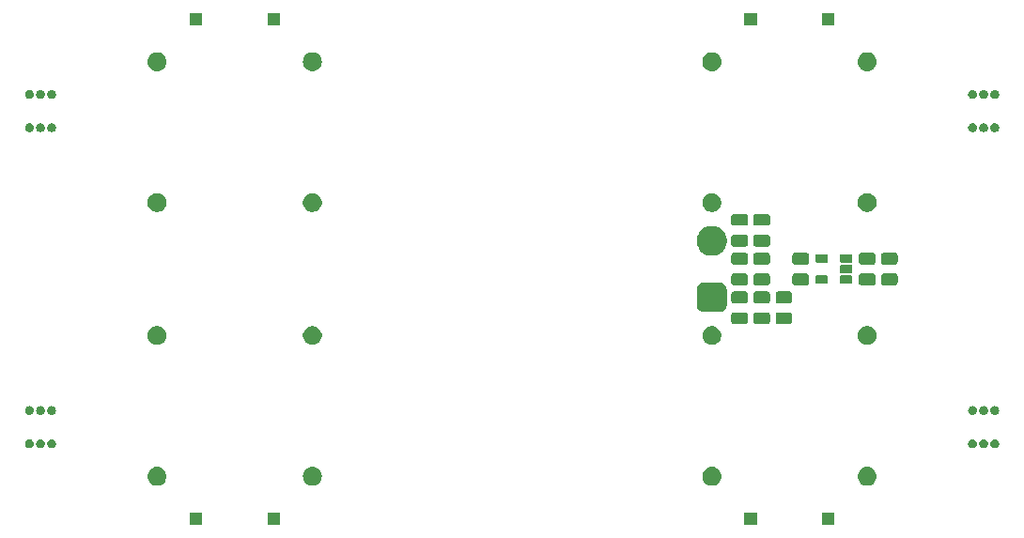
<source format=gbr>
G04 #@! TF.GenerationSoftware,KiCad,Pcbnew,(5.1.2)-2*
G04 #@! TF.CreationDate,2020-02-10T16:48:03+01:00*
G04 #@! TF.ProjectId,OpenHO_Engine,4f70656e-484f-45f4-956e-67696e652e6b,rev?*
G04 #@! TF.SameCoordinates,Original*
G04 #@! TF.FileFunction,Soldermask,Top*
G04 #@! TF.FilePolarity,Negative*
%FSLAX46Y46*%
G04 Gerber Fmt 4.6, Leading zero omitted, Abs format (unit mm)*
G04 Created by KiCad (PCBNEW (5.1.2)-2) date 2020-02-10 16:48:03*
%MOMM*%
%LPD*%
G04 APERTURE LIST*
%ADD10C,0.100000*%
G04 APERTURE END LIST*
D10*
G36*
X147051000Y-100551000D02*
G01*
X145949000Y-100551000D01*
X145949000Y-99449000D01*
X147051000Y-99449000D01*
X147051000Y-100551000D01*
X147051000Y-100551000D01*
G37*
G36*
X154051000Y-100551000D02*
G01*
X152949000Y-100551000D01*
X152949000Y-99449000D01*
X154051000Y-99449000D01*
X154051000Y-100551000D01*
X154051000Y-100551000D01*
G37*
G36*
X97051000Y-100551000D02*
G01*
X95949000Y-100551000D01*
X95949000Y-99449000D01*
X97051000Y-99449000D01*
X97051000Y-100551000D01*
X97051000Y-100551000D01*
G37*
G36*
X104051000Y-100551000D02*
G01*
X102949000Y-100551000D01*
X102949000Y-99449000D01*
X104051000Y-99449000D01*
X104051000Y-100551000D01*
X104051000Y-100551000D01*
G37*
G36*
X107166825Y-95361314D02*
G01*
X107327239Y-95409975D01*
X107475078Y-95488996D01*
X107604659Y-95595341D01*
X107711004Y-95724922D01*
X107790025Y-95872761D01*
X107838686Y-96033175D01*
X107855117Y-96200000D01*
X107838686Y-96366825D01*
X107790025Y-96527239D01*
X107711004Y-96675078D01*
X107604659Y-96804659D01*
X107475078Y-96911004D01*
X107327239Y-96990025D01*
X107166825Y-97038686D01*
X107041800Y-97051000D01*
X106958200Y-97051000D01*
X106833175Y-97038686D01*
X106672761Y-96990025D01*
X106524922Y-96911004D01*
X106395341Y-96804659D01*
X106288996Y-96675078D01*
X106209975Y-96527239D01*
X106161314Y-96366825D01*
X106144883Y-96200000D01*
X106161314Y-96033175D01*
X106209975Y-95872761D01*
X106288996Y-95724922D01*
X106395341Y-95595341D01*
X106524922Y-95488996D01*
X106672761Y-95409975D01*
X106833175Y-95361314D01*
X106958200Y-95349000D01*
X107041800Y-95349000D01*
X107166825Y-95361314D01*
X107166825Y-95361314D01*
G37*
G36*
X157166825Y-95361314D02*
G01*
X157327239Y-95409975D01*
X157475078Y-95488996D01*
X157604659Y-95595341D01*
X157711004Y-95724922D01*
X157790025Y-95872761D01*
X157838686Y-96033175D01*
X157855117Y-96200000D01*
X157838686Y-96366825D01*
X157790025Y-96527239D01*
X157711004Y-96675078D01*
X157604659Y-96804659D01*
X157475078Y-96911004D01*
X157327239Y-96990025D01*
X157166825Y-97038686D01*
X157041800Y-97051000D01*
X156958200Y-97051000D01*
X156833175Y-97038686D01*
X156672761Y-96990025D01*
X156524922Y-96911004D01*
X156395341Y-96804659D01*
X156288996Y-96675078D01*
X156209975Y-96527239D01*
X156161314Y-96366825D01*
X156144883Y-96200000D01*
X156161314Y-96033175D01*
X156209975Y-95872761D01*
X156288996Y-95724922D01*
X156395341Y-95595341D01*
X156524922Y-95488996D01*
X156672761Y-95409975D01*
X156833175Y-95361314D01*
X156958200Y-95349000D01*
X157041800Y-95349000D01*
X157166825Y-95361314D01*
X157166825Y-95361314D01*
G37*
G36*
X143166825Y-95361314D02*
G01*
X143327239Y-95409975D01*
X143475078Y-95488996D01*
X143604659Y-95595341D01*
X143711004Y-95724922D01*
X143790025Y-95872761D01*
X143838686Y-96033175D01*
X143855117Y-96200000D01*
X143838686Y-96366825D01*
X143790025Y-96527239D01*
X143711004Y-96675078D01*
X143604659Y-96804659D01*
X143475078Y-96911004D01*
X143327239Y-96990025D01*
X143166825Y-97038686D01*
X143041800Y-97051000D01*
X142958200Y-97051000D01*
X142833175Y-97038686D01*
X142672761Y-96990025D01*
X142524922Y-96911004D01*
X142395341Y-96804659D01*
X142288996Y-96675078D01*
X142209975Y-96527239D01*
X142161314Y-96366825D01*
X142144883Y-96200000D01*
X142161314Y-96033175D01*
X142209975Y-95872761D01*
X142288996Y-95724922D01*
X142395341Y-95595341D01*
X142524922Y-95488996D01*
X142672761Y-95409975D01*
X142833175Y-95361314D01*
X142958200Y-95349000D01*
X143041800Y-95349000D01*
X143166825Y-95361314D01*
X143166825Y-95361314D01*
G37*
G36*
X93166825Y-95361314D02*
G01*
X93327239Y-95409975D01*
X93475078Y-95488996D01*
X93604659Y-95595341D01*
X93711004Y-95724922D01*
X93790025Y-95872761D01*
X93838686Y-96033175D01*
X93855117Y-96200000D01*
X93838686Y-96366825D01*
X93790025Y-96527239D01*
X93711004Y-96675078D01*
X93604659Y-96804659D01*
X93475078Y-96911004D01*
X93327239Y-96990025D01*
X93166825Y-97038686D01*
X93041800Y-97051000D01*
X92958200Y-97051000D01*
X92833175Y-97038686D01*
X92672761Y-96990025D01*
X92524922Y-96911004D01*
X92395341Y-96804659D01*
X92288996Y-96675078D01*
X92209975Y-96527239D01*
X92161314Y-96366825D01*
X92144883Y-96200000D01*
X92161314Y-96033175D01*
X92209975Y-95872761D01*
X92288996Y-95724922D01*
X92395341Y-95595341D01*
X92524922Y-95488996D01*
X92672761Y-95409975D01*
X92833175Y-95361314D01*
X92958200Y-95349000D01*
X93041800Y-95349000D01*
X93166825Y-95361314D01*
X93166825Y-95361314D01*
G37*
G36*
X81616967Y-92864410D02*
G01*
X81653456Y-92879524D01*
X81689944Y-92894638D01*
X81755623Y-92938524D01*
X81811476Y-92994377D01*
X81855362Y-93060056D01*
X81870475Y-93096544D01*
X81885590Y-93133033D01*
X81901000Y-93210505D01*
X81901000Y-93289495D01*
X81885590Y-93366967D01*
X81870475Y-93403456D01*
X81855362Y-93439944D01*
X81811476Y-93505623D01*
X81755623Y-93561476D01*
X81689944Y-93605362D01*
X81653456Y-93620475D01*
X81616967Y-93635590D01*
X81539495Y-93651000D01*
X81460505Y-93651000D01*
X81383033Y-93635590D01*
X81346544Y-93620475D01*
X81310056Y-93605362D01*
X81244377Y-93561476D01*
X81188524Y-93505623D01*
X81144638Y-93439944D01*
X81129524Y-93403456D01*
X81114410Y-93366967D01*
X81099000Y-93289495D01*
X81099000Y-93210505D01*
X81114410Y-93133033D01*
X81129524Y-93096544D01*
X81144638Y-93060056D01*
X81188524Y-92994377D01*
X81244377Y-92938524D01*
X81310056Y-92894638D01*
X81346544Y-92879524D01*
X81383033Y-92864410D01*
X81460505Y-92849000D01*
X81539495Y-92849000D01*
X81616967Y-92864410D01*
X81616967Y-92864410D01*
G37*
G36*
X82616967Y-92864410D02*
G01*
X82653456Y-92879524D01*
X82689944Y-92894638D01*
X82755623Y-92938524D01*
X82811476Y-92994377D01*
X82855362Y-93060056D01*
X82870475Y-93096544D01*
X82885590Y-93133033D01*
X82901000Y-93210505D01*
X82901000Y-93289495D01*
X82885590Y-93366967D01*
X82870475Y-93403456D01*
X82855362Y-93439944D01*
X82811476Y-93505623D01*
X82755623Y-93561476D01*
X82689944Y-93605362D01*
X82653456Y-93620475D01*
X82616967Y-93635590D01*
X82539495Y-93651000D01*
X82460505Y-93651000D01*
X82383033Y-93635590D01*
X82346544Y-93620475D01*
X82310056Y-93605362D01*
X82244377Y-93561476D01*
X82188524Y-93505623D01*
X82144638Y-93439944D01*
X82129524Y-93403456D01*
X82114410Y-93366967D01*
X82099000Y-93289495D01*
X82099000Y-93210505D01*
X82114410Y-93133033D01*
X82129524Y-93096544D01*
X82144638Y-93060056D01*
X82188524Y-92994377D01*
X82244377Y-92938524D01*
X82310056Y-92894638D01*
X82346544Y-92879524D01*
X82383033Y-92864410D01*
X82460505Y-92849000D01*
X82539495Y-92849000D01*
X82616967Y-92864410D01*
X82616967Y-92864410D01*
G37*
G36*
X168616967Y-92864410D02*
G01*
X168653456Y-92879524D01*
X168689944Y-92894638D01*
X168755623Y-92938524D01*
X168811476Y-92994377D01*
X168855362Y-93060056D01*
X168870476Y-93096544D01*
X168885590Y-93133033D01*
X168901000Y-93210505D01*
X168901000Y-93289495D01*
X168885590Y-93366967D01*
X168870476Y-93403456D01*
X168855362Y-93439944D01*
X168811476Y-93505623D01*
X168755623Y-93561476D01*
X168689944Y-93605362D01*
X168653456Y-93620475D01*
X168616967Y-93635590D01*
X168539495Y-93651000D01*
X168460505Y-93651000D01*
X168383033Y-93635590D01*
X168346544Y-93620475D01*
X168310056Y-93605362D01*
X168244377Y-93561476D01*
X168188524Y-93505623D01*
X168144638Y-93439944D01*
X168129525Y-93403456D01*
X168114410Y-93366967D01*
X168099000Y-93289495D01*
X168099000Y-93210505D01*
X168114410Y-93133033D01*
X168129525Y-93096544D01*
X168144638Y-93060056D01*
X168188524Y-92994377D01*
X168244377Y-92938524D01*
X168310056Y-92894638D01*
X168346544Y-92879524D01*
X168383033Y-92864410D01*
X168460505Y-92849000D01*
X168539495Y-92849000D01*
X168616967Y-92864410D01*
X168616967Y-92864410D01*
G37*
G36*
X167616967Y-92864410D02*
G01*
X167653456Y-92879524D01*
X167689944Y-92894638D01*
X167755623Y-92938524D01*
X167811476Y-92994377D01*
X167855362Y-93060056D01*
X167870476Y-93096544D01*
X167885590Y-93133033D01*
X167901000Y-93210505D01*
X167901000Y-93289495D01*
X167885590Y-93366967D01*
X167870476Y-93403456D01*
X167855362Y-93439944D01*
X167811476Y-93505623D01*
X167755623Y-93561476D01*
X167689944Y-93605362D01*
X167653456Y-93620475D01*
X167616967Y-93635590D01*
X167539495Y-93651000D01*
X167460505Y-93651000D01*
X167383033Y-93635590D01*
X167346544Y-93620475D01*
X167310056Y-93605362D01*
X167244377Y-93561476D01*
X167188524Y-93505623D01*
X167144638Y-93439944D01*
X167129525Y-93403456D01*
X167114410Y-93366967D01*
X167099000Y-93289495D01*
X167099000Y-93210505D01*
X167114410Y-93133033D01*
X167129525Y-93096544D01*
X167144638Y-93060056D01*
X167188524Y-92994377D01*
X167244377Y-92938524D01*
X167310056Y-92894638D01*
X167346544Y-92879524D01*
X167383033Y-92864410D01*
X167460505Y-92849000D01*
X167539495Y-92849000D01*
X167616967Y-92864410D01*
X167616967Y-92864410D01*
G37*
G36*
X166616967Y-92864410D02*
G01*
X166653456Y-92879524D01*
X166689944Y-92894638D01*
X166755623Y-92938524D01*
X166811476Y-92994377D01*
X166855362Y-93060056D01*
X166870476Y-93096544D01*
X166885590Y-93133033D01*
X166901000Y-93210505D01*
X166901000Y-93289495D01*
X166885590Y-93366967D01*
X166870476Y-93403456D01*
X166855362Y-93439944D01*
X166811476Y-93505623D01*
X166755623Y-93561476D01*
X166689944Y-93605362D01*
X166653456Y-93620475D01*
X166616967Y-93635590D01*
X166539495Y-93651000D01*
X166460505Y-93651000D01*
X166383033Y-93635590D01*
X166346544Y-93620475D01*
X166310056Y-93605362D01*
X166244377Y-93561476D01*
X166188524Y-93505623D01*
X166144638Y-93439944D01*
X166129525Y-93403456D01*
X166114410Y-93366967D01*
X166099000Y-93289495D01*
X166099000Y-93210505D01*
X166114410Y-93133033D01*
X166129525Y-93096544D01*
X166144638Y-93060056D01*
X166188524Y-92994377D01*
X166244377Y-92938524D01*
X166310056Y-92894638D01*
X166346544Y-92879524D01*
X166383033Y-92864410D01*
X166460505Y-92849000D01*
X166539495Y-92849000D01*
X166616967Y-92864410D01*
X166616967Y-92864410D01*
G37*
G36*
X83616967Y-92864410D02*
G01*
X83653456Y-92879524D01*
X83689944Y-92894638D01*
X83755623Y-92938524D01*
X83811476Y-92994377D01*
X83855362Y-93060056D01*
X83870475Y-93096544D01*
X83885590Y-93133033D01*
X83901000Y-93210505D01*
X83901000Y-93289495D01*
X83885590Y-93366967D01*
X83870475Y-93403456D01*
X83855362Y-93439944D01*
X83811476Y-93505623D01*
X83755623Y-93561476D01*
X83689944Y-93605362D01*
X83653456Y-93620475D01*
X83616967Y-93635590D01*
X83539495Y-93651000D01*
X83460505Y-93651000D01*
X83383033Y-93635590D01*
X83346544Y-93620475D01*
X83310056Y-93605362D01*
X83244377Y-93561476D01*
X83188524Y-93505623D01*
X83144638Y-93439944D01*
X83129524Y-93403456D01*
X83114410Y-93366967D01*
X83099000Y-93289495D01*
X83099000Y-93210505D01*
X83114410Y-93133033D01*
X83129524Y-93096544D01*
X83144638Y-93060056D01*
X83188524Y-92994377D01*
X83244377Y-92938524D01*
X83310056Y-92894638D01*
X83346544Y-92879524D01*
X83383033Y-92864410D01*
X83460505Y-92849000D01*
X83539495Y-92849000D01*
X83616967Y-92864410D01*
X83616967Y-92864410D01*
G37*
G36*
X167616967Y-89864410D02*
G01*
X167653456Y-89879524D01*
X167689944Y-89894638D01*
X167755623Y-89938524D01*
X167811476Y-89994377D01*
X167855362Y-90060056D01*
X167870475Y-90096544D01*
X167885590Y-90133033D01*
X167901000Y-90210505D01*
X167901000Y-90289495D01*
X167885590Y-90366967D01*
X167870476Y-90403456D01*
X167855362Y-90439944D01*
X167811476Y-90505623D01*
X167755623Y-90561476D01*
X167689944Y-90605362D01*
X167653456Y-90620476D01*
X167616967Y-90635590D01*
X167539495Y-90651000D01*
X167460505Y-90651000D01*
X167383033Y-90635590D01*
X167346544Y-90620476D01*
X167310056Y-90605362D01*
X167244377Y-90561476D01*
X167188524Y-90505623D01*
X167144638Y-90439944D01*
X167129524Y-90403456D01*
X167114410Y-90366967D01*
X167099000Y-90289495D01*
X167099000Y-90210505D01*
X167114410Y-90133033D01*
X167129525Y-90096544D01*
X167144638Y-90060056D01*
X167188524Y-89994377D01*
X167244377Y-89938524D01*
X167310056Y-89894638D01*
X167346544Y-89879525D01*
X167383033Y-89864410D01*
X167460505Y-89849000D01*
X167539495Y-89849000D01*
X167616967Y-89864410D01*
X167616967Y-89864410D01*
G37*
G36*
X168616967Y-89864410D02*
G01*
X168653456Y-89879524D01*
X168689944Y-89894638D01*
X168755623Y-89938524D01*
X168811476Y-89994377D01*
X168855362Y-90060056D01*
X168870475Y-90096544D01*
X168885590Y-90133033D01*
X168901000Y-90210505D01*
X168901000Y-90289495D01*
X168885590Y-90366967D01*
X168870476Y-90403456D01*
X168855362Y-90439944D01*
X168811476Y-90505623D01*
X168755623Y-90561476D01*
X168689944Y-90605362D01*
X168653456Y-90620476D01*
X168616967Y-90635590D01*
X168539495Y-90651000D01*
X168460505Y-90651000D01*
X168383033Y-90635590D01*
X168346544Y-90620476D01*
X168310056Y-90605362D01*
X168244377Y-90561476D01*
X168188524Y-90505623D01*
X168144638Y-90439944D01*
X168129524Y-90403456D01*
X168114410Y-90366967D01*
X168099000Y-90289495D01*
X168099000Y-90210505D01*
X168114410Y-90133033D01*
X168129525Y-90096544D01*
X168144638Y-90060056D01*
X168188524Y-89994377D01*
X168244377Y-89938524D01*
X168310056Y-89894638D01*
X168346544Y-89879525D01*
X168383033Y-89864410D01*
X168460505Y-89849000D01*
X168539495Y-89849000D01*
X168616967Y-89864410D01*
X168616967Y-89864410D01*
G37*
G36*
X166616967Y-89864410D02*
G01*
X166653456Y-89879524D01*
X166689944Y-89894638D01*
X166755623Y-89938524D01*
X166811476Y-89994377D01*
X166855362Y-90060056D01*
X166870475Y-90096544D01*
X166885590Y-90133033D01*
X166901000Y-90210505D01*
X166901000Y-90289495D01*
X166885590Y-90366967D01*
X166870476Y-90403456D01*
X166855362Y-90439944D01*
X166811476Y-90505623D01*
X166755623Y-90561476D01*
X166689944Y-90605362D01*
X166653456Y-90620476D01*
X166616967Y-90635590D01*
X166539495Y-90651000D01*
X166460505Y-90651000D01*
X166383033Y-90635590D01*
X166346544Y-90620476D01*
X166310056Y-90605362D01*
X166244377Y-90561476D01*
X166188524Y-90505623D01*
X166144638Y-90439944D01*
X166129524Y-90403456D01*
X166114410Y-90366967D01*
X166099000Y-90289495D01*
X166099000Y-90210505D01*
X166114410Y-90133033D01*
X166129525Y-90096544D01*
X166144638Y-90060056D01*
X166188524Y-89994377D01*
X166244377Y-89938524D01*
X166310056Y-89894638D01*
X166346544Y-89879525D01*
X166383033Y-89864410D01*
X166460505Y-89849000D01*
X166539495Y-89849000D01*
X166616967Y-89864410D01*
X166616967Y-89864410D01*
G37*
G36*
X83616967Y-89864410D02*
G01*
X83653456Y-89879524D01*
X83689944Y-89894638D01*
X83755623Y-89938524D01*
X83811476Y-89994377D01*
X83855362Y-90060056D01*
X83870475Y-90096544D01*
X83885590Y-90133033D01*
X83901000Y-90210505D01*
X83901000Y-90289495D01*
X83885590Y-90366967D01*
X83870476Y-90403456D01*
X83855362Y-90439944D01*
X83811476Y-90505623D01*
X83755623Y-90561476D01*
X83689944Y-90605362D01*
X83653456Y-90620476D01*
X83616967Y-90635590D01*
X83539495Y-90651000D01*
X83460505Y-90651000D01*
X83383033Y-90635590D01*
X83346544Y-90620476D01*
X83310056Y-90605362D01*
X83244377Y-90561476D01*
X83188524Y-90505623D01*
X83144638Y-90439944D01*
X83129524Y-90403456D01*
X83114410Y-90366967D01*
X83099000Y-90289495D01*
X83099000Y-90210505D01*
X83114410Y-90133033D01*
X83129525Y-90096544D01*
X83144638Y-90060056D01*
X83188524Y-89994377D01*
X83244377Y-89938524D01*
X83310056Y-89894638D01*
X83346544Y-89879525D01*
X83383033Y-89864410D01*
X83460505Y-89849000D01*
X83539495Y-89849000D01*
X83616967Y-89864410D01*
X83616967Y-89864410D01*
G37*
G36*
X82616967Y-89864410D02*
G01*
X82653456Y-89879524D01*
X82689944Y-89894638D01*
X82755623Y-89938524D01*
X82811476Y-89994377D01*
X82855362Y-90060056D01*
X82870475Y-90096544D01*
X82885590Y-90133033D01*
X82901000Y-90210505D01*
X82901000Y-90289495D01*
X82885590Y-90366967D01*
X82870476Y-90403456D01*
X82855362Y-90439944D01*
X82811476Y-90505623D01*
X82755623Y-90561476D01*
X82689944Y-90605362D01*
X82653456Y-90620476D01*
X82616967Y-90635590D01*
X82539495Y-90651000D01*
X82460505Y-90651000D01*
X82383033Y-90635590D01*
X82346544Y-90620476D01*
X82310056Y-90605362D01*
X82244377Y-90561476D01*
X82188524Y-90505623D01*
X82144638Y-90439944D01*
X82129524Y-90403456D01*
X82114410Y-90366967D01*
X82099000Y-90289495D01*
X82099000Y-90210505D01*
X82114410Y-90133033D01*
X82129525Y-90096544D01*
X82144638Y-90060056D01*
X82188524Y-89994377D01*
X82244377Y-89938524D01*
X82310056Y-89894638D01*
X82346544Y-89879525D01*
X82383033Y-89864410D01*
X82460505Y-89849000D01*
X82539495Y-89849000D01*
X82616967Y-89864410D01*
X82616967Y-89864410D01*
G37*
G36*
X81616967Y-89864410D02*
G01*
X81653456Y-89879524D01*
X81689944Y-89894638D01*
X81755623Y-89938524D01*
X81811476Y-89994377D01*
X81855362Y-90060056D01*
X81870475Y-90096544D01*
X81885590Y-90133033D01*
X81901000Y-90210505D01*
X81901000Y-90289495D01*
X81885590Y-90366967D01*
X81870476Y-90403456D01*
X81855362Y-90439944D01*
X81811476Y-90505623D01*
X81755623Y-90561476D01*
X81689944Y-90605362D01*
X81653456Y-90620476D01*
X81616967Y-90635590D01*
X81539495Y-90651000D01*
X81460505Y-90651000D01*
X81383033Y-90635590D01*
X81346544Y-90620476D01*
X81310056Y-90605362D01*
X81244377Y-90561476D01*
X81188524Y-90505623D01*
X81144638Y-90439944D01*
X81129524Y-90403456D01*
X81114410Y-90366967D01*
X81099000Y-90289495D01*
X81099000Y-90210505D01*
X81114410Y-90133033D01*
X81129525Y-90096544D01*
X81144638Y-90060056D01*
X81188524Y-89994377D01*
X81244377Y-89938524D01*
X81310056Y-89894638D01*
X81346544Y-89879525D01*
X81383033Y-89864410D01*
X81460505Y-89849000D01*
X81539495Y-89849000D01*
X81616967Y-89864410D01*
X81616967Y-89864410D01*
G37*
G36*
X143248228Y-82681703D02*
G01*
X143403100Y-82745853D01*
X143542481Y-82838985D01*
X143661015Y-82957519D01*
X143754147Y-83096900D01*
X143818297Y-83251772D01*
X143851000Y-83416184D01*
X143851000Y-83583816D01*
X143818297Y-83748228D01*
X143754147Y-83903100D01*
X143661015Y-84042481D01*
X143542481Y-84161015D01*
X143403100Y-84254147D01*
X143248228Y-84318297D01*
X143083816Y-84351000D01*
X142916184Y-84351000D01*
X142751772Y-84318297D01*
X142596900Y-84254147D01*
X142457519Y-84161015D01*
X142338985Y-84042481D01*
X142245853Y-83903100D01*
X142181703Y-83748228D01*
X142149000Y-83583816D01*
X142149000Y-83416184D01*
X142181703Y-83251772D01*
X142245853Y-83096900D01*
X142338985Y-82957519D01*
X142457519Y-82838985D01*
X142596900Y-82745853D01*
X142751772Y-82681703D01*
X142916184Y-82649000D01*
X143083816Y-82649000D01*
X143248228Y-82681703D01*
X143248228Y-82681703D01*
G37*
G36*
X93248228Y-82681703D02*
G01*
X93403100Y-82745853D01*
X93542481Y-82838985D01*
X93661015Y-82957519D01*
X93754147Y-83096900D01*
X93818297Y-83251772D01*
X93851000Y-83416184D01*
X93851000Y-83583816D01*
X93818297Y-83748228D01*
X93754147Y-83903100D01*
X93661015Y-84042481D01*
X93542481Y-84161015D01*
X93403100Y-84254147D01*
X93248228Y-84318297D01*
X93083816Y-84351000D01*
X92916184Y-84351000D01*
X92751772Y-84318297D01*
X92596900Y-84254147D01*
X92457519Y-84161015D01*
X92338985Y-84042481D01*
X92245853Y-83903100D01*
X92181703Y-83748228D01*
X92149000Y-83583816D01*
X92149000Y-83416184D01*
X92181703Y-83251772D01*
X92245853Y-83096900D01*
X92338985Y-82957519D01*
X92457519Y-82838985D01*
X92596900Y-82745853D01*
X92751772Y-82681703D01*
X92916184Y-82649000D01*
X93083816Y-82649000D01*
X93248228Y-82681703D01*
X93248228Y-82681703D01*
G37*
G36*
X107248228Y-82681703D02*
G01*
X107403100Y-82745853D01*
X107542481Y-82838985D01*
X107661015Y-82957519D01*
X107754147Y-83096900D01*
X107818297Y-83251772D01*
X107851000Y-83416184D01*
X107851000Y-83583816D01*
X107818297Y-83748228D01*
X107754147Y-83903100D01*
X107661015Y-84042481D01*
X107542481Y-84161015D01*
X107403100Y-84254147D01*
X107248228Y-84318297D01*
X107083816Y-84351000D01*
X106916184Y-84351000D01*
X106751772Y-84318297D01*
X106596900Y-84254147D01*
X106457519Y-84161015D01*
X106338985Y-84042481D01*
X106245853Y-83903100D01*
X106181703Y-83748228D01*
X106149000Y-83583816D01*
X106149000Y-83416184D01*
X106181703Y-83251772D01*
X106245853Y-83096900D01*
X106338985Y-82957519D01*
X106457519Y-82838985D01*
X106596900Y-82745853D01*
X106751772Y-82681703D01*
X106916184Y-82649000D01*
X107083816Y-82649000D01*
X107248228Y-82681703D01*
X107248228Y-82681703D01*
G37*
G36*
X157248228Y-82681703D02*
G01*
X157403100Y-82745853D01*
X157542481Y-82838985D01*
X157661015Y-82957519D01*
X157754147Y-83096900D01*
X157818297Y-83251772D01*
X157851000Y-83416184D01*
X157851000Y-83583816D01*
X157818297Y-83748228D01*
X157754147Y-83903100D01*
X157661015Y-84042481D01*
X157542481Y-84161015D01*
X157403100Y-84254147D01*
X157248228Y-84318297D01*
X157083816Y-84351000D01*
X156916184Y-84351000D01*
X156751772Y-84318297D01*
X156596900Y-84254147D01*
X156457519Y-84161015D01*
X156338985Y-84042481D01*
X156245853Y-83903100D01*
X156181703Y-83748228D01*
X156149000Y-83583816D01*
X156149000Y-83416184D01*
X156181703Y-83251772D01*
X156245853Y-83096900D01*
X156338985Y-82957519D01*
X156457519Y-82838985D01*
X156596900Y-82745853D01*
X156751772Y-82681703D01*
X156916184Y-82649000D01*
X157083816Y-82649000D01*
X157248228Y-82681703D01*
X157248228Y-82681703D01*
G37*
G36*
X146044316Y-81404053D02*
G01*
X146092462Y-81418657D01*
X146136823Y-81442369D01*
X146175714Y-81474286D01*
X146207631Y-81513177D01*
X146231343Y-81557538D01*
X146245947Y-81605684D01*
X146251000Y-81656982D01*
X146251000Y-82218018D01*
X146245947Y-82269316D01*
X146231343Y-82317462D01*
X146207631Y-82361823D01*
X146175714Y-82400714D01*
X146136823Y-82432631D01*
X146092462Y-82456343D01*
X146044316Y-82470947D01*
X145993018Y-82476000D01*
X145006982Y-82476000D01*
X144955684Y-82470947D01*
X144907538Y-82456343D01*
X144863177Y-82432631D01*
X144824286Y-82400714D01*
X144792369Y-82361823D01*
X144768657Y-82317462D01*
X144754053Y-82269316D01*
X144749000Y-82218018D01*
X144749000Y-81656982D01*
X144754053Y-81605684D01*
X144768657Y-81557538D01*
X144792369Y-81513177D01*
X144824286Y-81474286D01*
X144863177Y-81442369D01*
X144907538Y-81418657D01*
X144955684Y-81404053D01*
X145006982Y-81399000D01*
X145993018Y-81399000D01*
X146044316Y-81404053D01*
X146044316Y-81404053D01*
G37*
G36*
X150044316Y-81404053D02*
G01*
X150092462Y-81418657D01*
X150136823Y-81442369D01*
X150175714Y-81474286D01*
X150207631Y-81513177D01*
X150231343Y-81557538D01*
X150245947Y-81605684D01*
X150251000Y-81656982D01*
X150251000Y-82218018D01*
X150245947Y-82269316D01*
X150231343Y-82317462D01*
X150207631Y-82361823D01*
X150175714Y-82400714D01*
X150136823Y-82432631D01*
X150092462Y-82456343D01*
X150044316Y-82470947D01*
X149993018Y-82476000D01*
X149006982Y-82476000D01*
X148955684Y-82470947D01*
X148907538Y-82456343D01*
X148863177Y-82432631D01*
X148824286Y-82400714D01*
X148792369Y-82361823D01*
X148768657Y-82317462D01*
X148754053Y-82269316D01*
X148749000Y-82218018D01*
X148749000Y-81656982D01*
X148754053Y-81605684D01*
X148768657Y-81557538D01*
X148792369Y-81513177D01*
X148824286Y-81474286D01*
X148863177Y-81442369D01*
X148907538Y-81418657D01*
X148955684Y-81404053D01*
X149006982Y-81399000D01*
X149993018Y-81399000D01*
X150044316Y-81404053D01*
X150044316Y-81404053D01*
G37*
G36*
X148044316Y-81404053D02*
G01*
X148092462Y-81418657D01*
X148136823Y-81442369D01*
X148175714Y-81474286D01*
X148207631Y-81513177D01*
X148231343Y-81557538D01*
X148245947Y-81605684D01*
X148251000Y-81656982D01*
X148251000Y-82218018D01*
X148245947Y-82269316D01*
X148231343Y-82317462D01*
X148207631Y-82361823D01*
X148175714Y-82400714D01*
X148136823Y-82432631D01*
X148092462Y-82456343D01*
X148044316Y-82470947D01*
X147993018Y-82476000D01*
X147006982Y-82476000D01*
X146955684Y-82470947D01*
X146907538Y-82456343D01*
X146863177Y-82432631D01*
X146824286Y-82400714D01*
X146792369Y-82361823D01*
X146768657Y-82317462D01*
X146754053Y-82269316D01*
X146749000Y-82218018D01*
X146749000Y-81656982D01*
X146754053Y-81605684D01*
X146768657Y-81557538D01*
X146792369Y-81513177D01*
X146824286Y-81474286D01*
X146863177Y-81442369D01*
X146907538Y-81418657D01*
X146955684Y-81404053D01*
X147006982Y-81399000D01*
X147993018Y-81399000D01*
X148044316Y-81404053D01*
X148044316Y-81404053D01*
G37*
G36*
X143817321Y-78701859D02*
G01*
X143941677Y-78739581D01*
X144056274Y-78800835D01*
X144156726Y-78883274D01*
X144239165Y-78983726D01*
X144300419Y-79098323D01*
X144338141Y-79222679D01*
X144351000Y-79353232D01*
X144351000Y-80726768D01*
X144338141Y-80857321D01*
X144300419Y-80981677D01*
X144239165Y-81096274D01*
X144156726Y-81196726D01*
X144056274Y-81279165D01*
X143941677Y-81340419D01*
X143817321Y-81378141D01*
X143686768Y-81391000D01*
X142313232Y-81391000D01*
X142182679Y-81378141D01*
X142058323Y-81340419D01*
X141943726Y-81279165D01*
X141843274Y-81196726D01*
X141760835Y-81096274D01*
X141699581Y-80981677D01*
X141661859Y-80857321D01*
X141649000Y-80726768D01*
X141649000Y-79353232D01*
X141661859Y-79222679D01*
X141699581Y-79098323D01*
X141760835Y-78983726D01*
X141843274Y-78883274D01*
X141943726Y-78800835D01*
X142058323Y-78739581D01*
X142182679Y-78701859D01*
X142313232Y-78689000D01*
X143686768Y-78689000D01*
X143817321Y-78701859D01*
X143817321Y-78701859D01*
G37*
G36*
X150044316Y-79529053D02*
G01*
X150092462Y-79543657D01*
X150136823Y-79567369D01*
X150175714Y-79599286D01*
X150207631Y-79638177D01*
X150231343Y-79682538D01*
X150245947Y-79730684D01*
X150251000Y-79781982D01*
X150251000Y-80343018D01*
X150245947Y-80394316D01*
X150231343Y-80442462D01*
X150207631Y-80486823D01*
X150175714Y-80525714D01*
X150136823Y-80557631D01*
X150092462Y-80581343D01*
X150044316Y-80595947D01*
X149993018Y-80601000D01*
X149006982Y-80601000D01*
X148955684Y-80595947D01*
X148907538Y-80581343D01*
X148863177Y-80557631D01*
X148824286Y-80525714D01*
X148792369Y-80486823D01*
X148768657Y-80442462D01*
X148754053Y-80394316D01*
X148749000Y-80343018D01*
X148749000Y-79781982D01*
X148754053Y-79730684D01*
X148768657Y-79682538D01*
X148792369Y-79638177D01*
X148824286Y-79599286D01*
X148863177Y-79567369D01*
X148907538Y-79543657D01*
X148955684Y-79529053D01*
X149006982Y-79524000D01*
X149993018Y-79524000D01*
X150044316Y-79529053D01*
X150044316Y-79529053D01*
G37*
G36*
X146044316Y-79529053D02*
G01*
X146092462Y-79543657D01*
X146136823Y-79567369D01*
X146175714Y-79599286D01*
X146207631Y-79638177D01*
X146231343Y-79682538D01*
X146245947Y-79730684D01*
X146251000Y-79781982D01*
X146251000Y-80343018D01*
X146245947Y-80394316D01*
X146231343Y-80442462D01*
X146207631Y-80486823D01*
X146175714Y-80525714D01*
X146136823Y-80557631D01*
X146092462Y-80581343D01*
X146044316Y-80595947D01*
X145993018Y-80601000D01*
X145006982Y-80601000D01*
X144955684Y-80595947D01*
X144907538Y-80581343D01*
X144863177Y-80557631D01*
X144824286Y-80525714D01*
X144792369Y-80486823D01*
X144768657Y-80442462D01*
X144754053Y-80394316D01*
X144749000Y-80343018D01*
X144749000Y-79781982D01*
X144754053Y-79730684D01*
X144768657Y-79682538D01*
X144792369Y-79638177D01*
X144824286Y-79599286D01*
X144863177Y-79567369D01*
X144907538Y-79543657D01*
X144955684Y-79529053D01*
X145006982Y-79524000D01*
X145993018Y-79524000D01*
X146044316Y-79529053D01*
X146044316Y-79529053D01*
G37*
G36*
X148044316Y-79529053D02*
G01*
X148092462Y-79543657D01*
X148136823Y-79567369D01*
X148175714Y-79599286D01*
X148207631Y-79638177D01*
X148231343Y-79682538D01*
X148245947Y-79730684D01*
X148251000Y-79781982D01*
X148251000Y-80343018D01*
X148245947Y-80394316D01*
X148231343Y-80442462D01*
X148207631Y-80486823D01*
X148175714Y-80525714D01*
X148136823Y-80557631D01*
X148092462Y-80581343D01*
X148044316Y-80595947D01*
X147993018Y-80601000D01*
X147006982Y-80601000D01*
X146955684Y-80595947D01*
X146907538Y-80581343D01*
X146863177Y-80557631D01*
X146824286Y-80525714D01*
X146792369Y-80486823D01*
X146768657Y-80442462D01*
X146754053Y-80394316D01*
X146749000Y-80343018D01*
X146749000Y-79781982D01*
X146754053Y-79730684D01*
X146768657Y-79682538D01*
X146792369Y-79638177D01*
X146824286Y-79599286D01*
X146863177Y-79567369D01*
X146907538Y-79543657D01*
X146955684Y-79529053D01*
X147006982Y-79524000D01*
X147993018Y-79524000D01*
X148044316Y-79529053D01*
X148044316Y-79529053D01*
G37*
G36*
X146044316Y-77904053D02*
G01*
X146092462Y-77918657D01*
X146136823Y-77942369D01*
X146175714Y-77974286D01*
X146207631Y-78013177D01*
X146231343Y-78057538D01*
X146245947Y-78105684D01*
X146251000Y-78156982D01*
X146251000Y-78718018D01*
X146245947Y-78769316D01*
X146231343Y-78817462D01*
X146207631Y-78861823D01*
X146175714Y-78900714D01*
X146136823Y-78932631D01*
X146092462Y-78956343D01*
X146044316Y-78970947D01*
X145993018Y-78976000D01*
X145006982Y-78976000D01*
X144955684Y-78970947D01*
X144907538Y-78956343D01*
X144863177Y-78932631D01*
X144824286Y-78900714D01*
X144792369Y-78861823D01*
X144768657Y-78817462D01*
X144754053Y-78769316D01*
X144749000Y-78718018D01*
X144749000Y-78156982D01*
X144754053Y-78105684D01*
X144768657Y-78057538D01*
X144792369Y-78013177D01*
X144824286Y-77974286D01*
X144863177Y-77942369D01*
X144907538Y-77918657D01*
X144955684Y-77904053D01*
X145006982Y-77899000D01*
X145993018Y-77899000D01*
X146044316Y-77904053D01*
X146044316Y-77904053D01*
G37*
G36*
X159544316Y-77904053D02*
G01*
X159592462Y-77918657D01*
X159636823Y-77942369D01*
X159675714Y-77974286D01*
X159707631Y-78013177D01*
X159731343Y-78057538D01*
X159745947Y-78105684D01*
X159751000Y-78156982D01*
X159751000Y-78718018D01*
X159745947Y-78769316D01*
X159731343Y-78817462D01*
X159707631Y-78861823D01*
X159675714Y-78900714D01*
X159636823Y-78932631D01*
X159592462Y-78956343D01*
X159544316Y-78970947D01*
X159493018Y-78976000D01*
X158506982Y-78976000D01*
X158455684Y-78970947D01*
X158407538Y-78956343D01*
X158363177Y-78932631D01*
X158324286Y-78900714D01*
X158292369Y-78861823D01*
X158268657Y-78817462D01*
X158254053Y-78769316D01*
X158249000Y-78718018D01*
X158249000Y-78156982D01*
X158254053Y-78105684D01*
X158268657Y-78057538D01*
X158292369Y-78013177D01*
X158324286Y-77974286D01*
X158363177Y-77942369D01*
X158407538Y-77918657D01*
X158455684Y-77904053D01*
X158506982Y-77899000D01*
X159493018Y-77899000D01*
X159544316Y-77904053D01*
X159544316Y-77904053D01*
G37*
G36*
X157544316Y-77904053D02*
G01*
X157592462Y-77918657D01*
X157636823Y-77942369D01*
X157675714Y-77974286D01*
X157707631Y-78013177D01*
X157731343Y-78057538D01*
X157745947Y-78105684D01*
X157751000Y-78156982D01*
X157751000Y-78718018D01*
X157745947Y-78769316D01*
X157731343Y-78817462D01*
X157707631Y-78861823D01*
X157675714Y-78900714D01*
X157636823Y-78932631D01*
X157592462Y-78956343D01*
X157544316Y-78970947D01*
X157493018Y-78976000D01*
X156506982Y-78976000D01*
X156455684Y-78970947D01*
X156407538Y-78956343D01*
X156363177Y-78932631D01*
X156324286Y-78900714D01*
X156292369Y-78861823D01*
X156268657Y-78817462D01*
X156254053Y-78769316D01*
X156249000Y-78718018D01*
X156249000Y-78156982D01*
X156254053Y-78105684D01*
X156268657Y-78057538D01*
X156292369Y-78013177D01*
X156324286Y-77974286D01*
X156363177Y-77942369D01*
X156407538Y-77918657D01*
X156455684Y-77904053D01*
X156506982Y-77899000D01*
X157493018Y-77899000D01*
X157544316Y-77904053D01*
X157544316Y-77904053D01*
G37*
G36*
X151544316Y-77904053D02*
G01*
X151592462Y-77918657D01*
X151636823Y-77942369D01*
X151675714Y-77974286D01*
X151707631Y-78013177D01*
X151731343Y-78057538D01*
X151745947Y-78105684D01*
X151751000Y-78156982D01*
X151751000Y-78718018D01*
X151745947Y-78769316D01*
X151731343Y-78817462D01*
X151707631Y-78861823D01*
X151675714Y-78900714D01*
X151636823Y-78932631D01*
X151592462Y-78956343D01*
X151544316Y-78970947D01*
X151493018Y-78976000D01*
X150506982Y-78976000D01*
X150455684Y-78970947D01*
X150407538Y-78956343D01*
X150363177Y-78932631D01*
X150324286Y-78900714D01*
X150292369Y-78861823D01*
X150268657Y-78817462D01*
X150254053Y-78769316D01*
X150249000Y-78718018D01*
X150249000Y-78156982D01*
X150254053Y-78105684D01*
X150268657Y-78057538D01*
X150292369Y-78013177D01*
X150324286Y-77974286D01*
X150363177Y-77942369D01*
X150407538Y-77918657D01*
X150455684Y-77904053D01*
X150506982Y-77899000D01*
X151493018Y-77899000D01*
X151544316Y-77904053D01*
X151544316Y-77904053D01*
G37*
G36*
X148044316Y-77904053D02*
G01*
X148092462Y-77918657D01*
X148136823Y-77942369D01*
X148175714Y-77974286D01*
X148207631Y-78013177D01*
X148231343Y-78057538D01*
X148245947Y-78105684D01*
X148251000Y-78156982D01*
X148251000Y-78718018D01*
X148245947Y-78769316D01*
X148231343Y-78817462D01*
X148207631Y-78861823D01*
X148175714Y-78900714D01*
X148136823Y-78932631D01*
X148092462Y-78956343D01*
X148044316Y-78970947D01*
X147993018Y-78976000D01*
X147006982Y-78976000D01*
X146955684Y-78970947D01*
X146907538Y-78956343D01*
X146863177Y-78932631D01*
X146824286Y-78900714D01*
X146792369Y-78861823D01*
X146768657Y-78817462D01*
X146754053Y-78769316D01*
X146749000Y-78718018D01*
X146749000Y-78156982D01*
X146754053Y-78105684D01*
X146768657Y-78057538D01*
X146792369Y-78013177D01*
X146824286Y-77974286D01*
X146863177Y-77942369D01*
X146907538Y-77918657D01*
X146955684Y-77904053D01*
X147006982Y-77899000D01*
X147993018Y-77899000D01*
X148044316Y-77904053D01*
X148044316Y-77904053D01*
G37*
G36*
X155539716Y-78077492D02*
G01*
X155572615Y-78087471D01*
X155602938Y-78103679D01*
X155629512Y-78125488D01*
X155651321Y-78152062D01*
X155667529Y-78182385D01*
X155677508Y-78215284D01*
X155681000Y-78250733D01*
X155681000Y-78649267D01*
X155677508Y-78684716D01*
X155667529Y-78717615D01*
X155651321Y-78747938D01*
X155629512Y-78774512D01*
X155602938Y-78796321D01*
X155572615Y-78812529D01*
X155539716Y-78822508D01*
X155504267Y-78826000D01*
X154695733Y-78826000D01*
X154660284Y-78822508D01*
X154627385Y-78812529D01*
X154597062Y-78796321D01*
X154570488Y-78774512D01*
X154548679Y-78747938D01*
X154532471Y-78717615D01*
X154522492Y-78684716D01*
X154519000Y-78649267D01*
X154519000Y-78250733D01*
X154522492Y-78215284D01*
X154532471Y-78182385D01*
X154548679Y-78152062D01*
X154570488Y-78125488D01*
X154597062Y-78103679D01*
X154627385Y-78087471D01*
X154660284Y-78077492D01*
X154695733Y-78074000D01*
X155504267Y-78074000D01*
X155539716Y-78077492D01*
X155539716Y-78077492D01*
G37*
G36*
X153339716Y-78077492D02*
G01*
X153372615Y-78087471D01*
X153402938Y-78103679D01*
X153429512Y-78125488D01*
X153451321Y-78152062D01*
X153467529Y-78182385D01*
X153477508Y-78215284D01*
X153481000Y-78250733D01*
X153481000Y-78649267D01*
X153477508Y-78684716D01*
X153467529Y-78717615D01*
X153451321Y-78747938D01*
X153429512Y-78774512D01*
X153402938Y-78796321D01*
X153372615Y-78812529D01*
X153339716Y-78822508D01*
X153304267Y-78826000D01*
X152495733Y-78826000D01*
X152460284Y-78822508D01*
X152427385Y-78812529D01*
X152397062Y-78796321D01*
X152370488Y-78774512D01*
X152348679Y-78747938D01*
X152332471Y-78717615D01*
X152322492Y-78684716D01*
X152319000Y-78649267D01*
X152319000Y-78250733D01*
X152322492Y-78215284D01*
X152332471Y-78182385D01*
X152348679Y-78152062D01*
X152370488Y-78125488D01*
X152397062Y-78103679D01*
X152427385Y-78087471D01*
X152460284Y-78077492D01*
X152495733Y-78074000D01*
X153304267Y-78074000D01*
X153339716Y-78077492D01*
X153339716Y-78077492D01*
G37*
G36*
X155539716Y-77127492D02*
G01*
X155572615Y-77137471D01*
X155602938Y-77153679D01*
X155629512Y-77175488D01*
X155651321Y-77202062D01*
X155667529Y-77232385D01*
X155677508Y-77265284D01*
X155681000Y-77300733D01*
X155681000Y-77699267D01*
X155677508Y-77734716D01*
X155667529Y-77767615D01*
X155651321Y-77797938D01*
X155629512Y-77824512D01*
X155602938Y-77846321D01*
X155572615Y-77862529D01*
X155539716Y-77872508D01*
X155504267Y-77876000D01*
X154695733Y-77876000D01*
X154660284Y-77872508D01*
X154627385Y-77862529D01*
X154597062Y-77846321D01*
X154570488Y-77824512D01*
X154548679Y-77797938D01*
X154532471Y-77767615D01*
X154522492Y-77734716D01*
X154519000Y-77699267D01*
X154519000Y-77300733D01*
X154522492Y-77265284D01*
X154532471Y-77232385D01*
X154548679Y-77202062D01*
X154570488Y-77175488D01*
X154597062Y-77153679D01*
X154627385Y-77137471D01*
X154660284Y-77127492D01*
X154695733Y-77124000D01*
X155504267Y-77124000D01*
X155539716Y-77127492D01*
X155539716Y-77127492D01*
G37*
G36*
X157544316Y-76029053D02*
G01*
X157592462Y-76043657D01*
X157636823Y-76067369D01*
X157675714Y-76099286D01*
X157707631Y-76138177D01*
X157731343Y-76182538D01*
X157745947Y-76230684D01*
X157751000Y-76281982D01*
X157751000Y-76843018D01*
X157745947Y-76894316D01*
X157731343Y-76942462D01*
X157707631Y-76986823D01*
X157675714Y-77025714D01*
X157636823Y-77057631D01*
X157592462Y-77081343D01*
X157544316Y-77095947D01*
X157493018Y-77101000D01*
X156506982Y-77101000D01*
X156455684Y-77095947D01*
X156407538Y-77081343D01*
X156363177Y-77057631D01*
X156324286Y-77025714D01*
X156292369Y-76986823D01*
X156268657Y-76942462D01*
X156254053Y-76894316D01*
X156249000Y-76843018D01*
X156249000Y-76281982D01*
X156254053Y-76230684D01*
X156268657Y-76182538D01*
X156292369Y-76138177D01*
X156324286Y-76099286D01*
X156363177Y-76067369D01*
X156407538Y-76043657D01*
X156455684Y-76029053D01*
X156506982Y-76024000D01*
X157493018Y-76024000D01*
X157544316Y-76029053D01*
X157544316Y-76029053D01*
G37*
G36*
X146044316Y-76029053D02*
G01*
X146092462Y-76043657D01*
X146136823Y-76067369D01*
X146175714Y-76099286D01*
X146207631Y-76138177D01*
X146231343Y-76182538D01*
X146245947Y-76230684D01*
X146251000Y-76281982D01*
X146251000Y-76843018D01*
X146245947Y-76894316D01*
X146231343Y-76942462D01*
X146207631Y-76986823D01*
X146175714Y-77025714D01*
X146136823Y-77057631D01*
X146092462Y-77081343D01*
X146044316Y-77095947D01*
X145993018Y-77101000D01*
X145006982Y-77101000D01*
X144955684Y-77095947D01*
X144907538Y-77081343D01*
X144863177Y-77057631D01*
X144824286Y-77025714D01*
X144792369Y-76986823D01*
X144768657Y-76942462D01*
X144754053Y-76894316D01*
X144749000Y-76843018D01*
X144749000Y-76281982D01*
X144754053Y-76230684D01*
X144768657Y-76182538D01*
X144792369Y-76138177D01*
X144824286Y-76099286D01*
X144863177Y-76067369D01*
X144907538Y-76043657D01*
X144955684Y-76029053D01*
X145006982Y-76024000D01*
X145993018Y-76024000D01*
X146044316Y-76029053D01*
X146044316Y-76029053D01*
G37*
G36*
X148044316Y-76029053D02*
G01*
X148092462Y-76043657D01*
X148136823Y-76067369D01*
X148175714Y-76099286D01*
X148207631Y-76138177D01*
X148231343Y-76182538D01*
X148245947Y-76230684D01*
X148251000Y-76281982D01*
X148251000Y-76843018D01*
X148245947Y-76894316D01*
X148231343Y-76942462D01*
X148207631Y-76986823D01*
X148175714Y-77025714D01*
X148136823Y-77057631D01*
X148092462Y-77081343D01*
X148044316Y-77095947D01*
X147993018Y-77101000D01*
X147006982Y-77101000D01*
X146955684Y-77095947D01*
X146907538Y-77081343D01*
X146863177Y-77057631D01*
X146824286Y-77025714D01*
X146792369Y-76986823D01*
X146768657Y-76942462D01*
X146754053Y-76894316D01*
X146749000Y-76843018D01*
X146749000Y-76281982D01*
X146754053Y-76230684D01*
X146768657Y-76182538D01*
X146792369Y-76138177D01*
X146824286Y-76099286D01*
X146863177Y-76067369D01*
X146907538Y-76043657D01*
X146955684Y-76029053D01*
X147006982Y-76024000D01*
X147993018Y-76024000D01*
X148044316Y-76029053D01*
X148044316Y-76029053D01*
G37*
G36*
X151544316Y-76029053D02*
G01*
X151592462Y-76043657D01*
X151636823Y-76067369D01*
X151675714Y-76099286D01*
X151707631Y-76138177D01*
X151731343Y-76182538D01*
X151745947Y-76230684D01*
X151751000Y-76281982D01*
X151751000Y-76843018D01*
X151745947Y-76894316D01*
X151731343Y-76942462D01*
X151707631Y-76986823D01*
X151675714Y-77025714D01*
X151636823Y-77057631D01*
X151592462Y-77081343D01*
X151544316Y-77095947D01*
X151493018Y-77101000D01*
X150506982Y-77101000D01*
X150455684Y-77095947D01*
X150407538Y-77081343D01*
X150363177Y-77057631D01*
X150324286Y-77025714D01*
X150292369Y-76986823D01*
X150268657Y-76942462D01*
X150254053Y-76894316D01*
X150249000Y-76843018D01*
X150249000Y-76281982D01*
X150254053Y-76230684D01*
X150268657Y-76182538D01*
X150292369Y-76138177D01*
X150324286Y-76099286D01*
X150363177Y-76067369D01*
X150407538Y-76043657D01*
X150455684Y-76029053D01*
X150506982Y-76024000D01*
X151493018Y-76024000D01*
X151544316Y-76029053D01*
X151544316Y-76029053D01*
G37*
G36*
X159544316Y-76029053D02*
G01*
X159592462Y-76043657D01*
X159636823Y-76067369D01*
X159675714Y-76099286D01*
X159707631Y-76138177D01*
X159731343Y-76182538D01*
X159745947Y-76230684D01*
X159751000Y-76281982D01*
X159751000Y-76843018D01*
X159745947Y-76894316D01*
X159731343Y-76942462D01*
X159707631Y-76986823D01*
X159675714Y-77025714D01*
X159636823Y-77057631D01*
X159592462Y-77081343D01*
X159544316Y-77095947D01*
X159493018Y-77101000D01*
X158506982Y-77101000D01*
X158455684Y-77095947D01*
X158407538Y-77081343D01*
X158363177Y-77057631D01*
X158324286Y-77025714D01*
X158292369Y-76986823D01*
X158268657Y-76942462D01*
X158254053Y-76894316D01*
X158249000Y-76843018D01*
X158249000Y-76281982D01*
X158254053Y-76230684D01*
X158268657Y-76182538D01*
X158292369Y-76138177D01*
X158324286Y-76099286D01*
X158363177Y-76067369D01*
X158407538Y-76043657D01*
X158455684Y-76029053D01*
X158506982Y-76024000D01*
X159493018Y-76024000D01*
X159544316Y-76029053D01*
X159544316Y-76029053D01*
G37*
G36*
X153339716Y-76177492D02*
G01*
X153372615Y-76187471D01*
X153402938Y-76203679D01*
X153429512Y-76225488D01*
X153451321Y-76252062D01*
X153467529Y-76282385D01*
X153477508Y-76315284D01*
X153481000Y-76350733D01*
X153481000Y-76749267D01*
X153477508Y-76784716D01*
X153467529Y-76817615D01*
X153451321Y-76847938D01*
X153429512Y-76874512D01*
X153402938Y-76896321D01*
X153372615Y-76912529D01*
X153339716Y-76922508D01*
X153304267Y-76926000D01*
X152495733Y-76926000D01*
X152460284Y-76922508D01*
X152427385Y-76912529D01*
X152397062Y-76896321D01*
X152370488Y-76874512D01*
X152348679Y-76847938D01*
X152332471Y-76817615D01*
X152322492Y-76784716D01*
X152319000Y-76749267D01*
X152319000Y-76350733D01*
X152322492Y-76315284D01*
X152332471Y-76282385D01*
X152348679Y-76252062D01*
X152370488Y-76225488D01*
X152397062Y-76203679D01*
X152427385Y-76187471D01*
X152460284Y-76177492D01*
X152495733Y-76174000D01*
X153304267Y-76174000D01*
X153339716Y-76177492D01*
X153339716Y-76177492D01*
G37*
G36*
X155539716Y-76177492D02*
G01*
X155572615Y-76187471D01*
X155602938Y-76203679D01*
X155629512Y-76225488D01*
X155651321Y-76252062D01*
X155667529Y-76282385D01*
X155677508Y-76315284D01*
X155681000Y-76350733D01*
X155681000Y-76749267D01*
X155677508Y-76784716D01*
X155667529Y-76817615D01*
X155651321Y-76847938D01*
X155629512Y-76874512D01*
X155602938Y-76896321D01*
X155572615Y-76912529D01*
X155539716Y-76922508D01*
X155504267Y-76926000D01*
X154695733Y-76926000D01*
X154660284Y-76922508D01*
X154627385Y-76912529D01*
X154597062Y-76896321D01*
X154570488Y-76874512D01*
X154548679Y-76847938D01*
X154532471Y-76817615D01*
X154522492Y-76784716D01*
X154519000Y-76749267D01*
X154519000Y-76350733D01*
X154522492Y-76315284D01*
X154532471Y-76282385D01*
X154548679Y-76252062D01*
X154570488Y-76225488D01*
X154597062Y-76203679D01*
X154627385Y-76187471D01*
X154660284Y-76177492D01*
X154695733Y-76174000D01*
X155504267Y-76174000D01*
X155539716Y-76177492D01*
X155539716Y-76177492D01*
G37*
G36*
X143394072Y-73660918D02*
G01*
X143639939Y-73762759D01*
X143861212Y-73910610D01*
X144049390Y-74098788D01*
X144197241Y-74320061D01*
X144299082Y-74565928D01*
X144351000Y-74826938D01*
X144351000Y-75093062D01*
X144299082Y-75354072D01*
X144197241Y-75599939D01*
X144049390Y-75821212D01*
X143861212Y-76009390D01*
X143639939Y-76157241D01*
X143394072Y-76259082D01*
X143133062Y-76311000D01*
X142866938Y-76311000D01*
X142605928Y-76259082D01*
X142360061Y-76157241D01*
X142138788Y-76009390D01*
X141950610Y-75821212D01*
X141802759Y-75599939D01*
X141700918Y-75354072D01*
X141649000Y-75093062D01*
X141649000Y-74826938D01*
X141700918Y-74565928D01*
X141802759Y-74320061D01*
X141950610Y-74098788D01*
X142138788Y-73910610D01*
X142360061Y-73762759D01*
X142605928Y-73660918D01*
X142866938Y-73609000D01*
X143133062Y-73609000D01*
X143394072Y-73660918D01*
X143394072Y-73660918D01*
G37*
G36*
X148044316Y-74404053D02*
G01*
X148092462Y-74418657D01*
X148136823Y-74442369D01*
X148175714Y-74474286D01*
X148207631Y-74513177D01*
X148231343Y-74557538D01*
X148245947Y-74605684D01*
X148251000Y-74656982D01*
X148251000Y-75218018D01*
X148245947Y-75269316D01*
X148231343Y-75317462D01*
X148207631Y-75361823D01*
X148175714Y-75400714D01*
X148136823Y-75432631D01*
X148092462Y-75456343D01*
X148044316Y-75470947D01*
X147993018Y-75476000D01*
X147006982Y-75476000D01*
X146955684Y-75470947D01*
X146907538Y-75456343D01*
X146863177Y-75432631D01*
X146824286Y-75400714D01*
X146792369Y-75361823D01*
X146768657Y-75317462D01*
X146754053Y-75269316D01*
X146749000Y-75218018D01*
X146749000Y-74656982D01*
X146754053Y-74605684D01*
X146768657Y-74557538D01*
X146792369Y-74513177D01*
X146824286Y-74474286D01*
X146863177Y-74442369D01*
X146907538Y-74418657D01*
X146955684Y-74404053D01*
X147006982Y-74399000D01*
X147993018Y-74399000D01*
X148044316Y-74404053D01*
X148044316Y-74404053D01*
G37*
G36*
X146044316Y-74404053D02*
G01*
X146092462Y-74418657D01*
X146136823Y-74442369D01*
X146175714Y-74474286D01*
X146207631Y-74513177D01*
X146231343Y-74557538D01*
X146245947Y-74605684D01*
X146251000Y-74656982D01*
X146251000Y-75218018D01*
X146245947Y-75269316D01*
X146231343Y-75317462D01*
X146207631Y-75361823D01*
X146175714Y-75400714D01*
X146136823Y-75432631D01*
X146092462Y-75456343D01*
X146044316Y-75470947D01*
X145993018Y-75476000D01*
X145006982Y-75476000D01*
X144955684Y-75470947D01*
X144907538Y-75456343D01*
X144863177Y-75432631D01*
X144824286Y-75400714D01*
X144792369Y-75361823D01*
X144768657Y-75317462D01*
X144754053Y-75269316D01*
X144749000Y-75218018D01*
X144749000Y-74656982D01*
X144754053Y-74605684D01*
X144768657Y-74557538D01*
X144792369Y-74513177D01*
X144824286Y-74474286D01*
X144863177Y-74442369D01*
X144907538Y-74418657D01*
X144955684Y-74404053D01*
X145006982Y-74399000D01*
X145993018Y-74399000D01*
X146044316Y-74404053D01*
X146044316Y-74404053D01*
G37*
G36*
X148044316Y-72529053D02*
G01*
X148092462Y-72543657D01*
X148136823Y-72567369D01*
X148175714Y-72599286D01*
X148207631Y-72638177D01*
X148231343Y-72682538D01*
X148245947Y-72730684D01*
X148251000Y-72781982D01*
X148251000Y-73343018D01*
X148245947Y-73394316D01*
X148231343Y-73442462D01*
X148207631Y-73486823D01*
X148175714Y-73525714D01*
X148136823Y-73557631D01*
X148092462Y-73581343D01*
X148044316Y-73595947D01*
X147993018Y-73601000D01*
X147006982Y-73601000D01*
X146955684Y-73595947D01*
X146907538Y-73581343D01*
X146863177Y-73557631D01*
X146824286Y-73525714D01*
X146792369Y-73486823D01*
X146768657Y-73442462D01*
X146754053Y-73394316D01*
X146749000Y-73343018D01*
X146749000Y-72781982D01*
X146754053Y-72730684D01*
X146768657Y-72682538D01*
X146792369Y-72638177D01*
X146824286Y-72599286D01*
X146863177Y-72567369D01*
X146907538Y-72543657D01*
X146955684Y-72529053D01*
X147006982Y-72524000D01*
X147993018Y-72524000D01*
X148044316Y-72529053D01*
X148044316Y-72529053D01*
G37*
G36*
X146044316Y-72529053D02*
G01*
X146092462Y-72543657D01*
X146136823Y-72567369D01*
X146175714Y-72599286D01*
X146207631Y-72638177D01*
X146231343Y-72682538D01*
X146245947Y-72730684D01*
X146251000Y-72781982D01*
X146251000Y-73343018D01*
X146245947Y-73394316D01*
X146231343Y-73442462D01*
X146207631Y-73486823D01*
X146175714Y-73525714D01*
X146136823Y-73557631D01*
X146092462Y-73581343D01*
X146044316Y-73595947D01*
X145993018Y-73601000D01*
X145006982Y-73601000D01*
X144955684Y-73595947D01*
X144907538Y-73581343D01*
X144863177Y-73557631D01*
X144824286Y-73525714D01*
X144792369Y-73486823D01*
X144768657Y-73442462D01*
X144754053Y-73394316D01*
X144749000Y-73343018D01*
X144749000Y-72781982D01*
X144754053Y-72730684D01*
X144768657Y-72682538D01*
X144792369Y-72638177D01*
X144824286Y-72599286D01*
X144863177Y-72567369D01*
X144907538Y-72543657D01*
X144955684Y-72529053D01*
X145006982Y-72524000D01*
X145993018Y-72524000D01*
X146044316Y-72529053D01*
X146044316Y-72529053D01*
G37*
G36*
X93248228Y-70681703D02*
G01*
X93403100Y-70745853D01*
X93542481Y-70838985D01*
X93661015Y-70957519D01*
X93754147Y-71096900D01*
X93818297Y-71251772D01*
X93851000Y-71416184D01*
X93851000Y-71583816D01*
X93818297Y-71748228D01*
X93754147Y-71903100D01*
X93661015Y-72042481D01*
X93542481Y-72161015D01*
X93403100Y-72254147D01*
X93248228Y-72318297D01*
X93083816Y-72351000D01*
X92916184Y-72351000D01*
X92751772Y-72318297D01*
X92596900Y-72254147D01*
X92457519Y-72161015D01*
X92338985Y-72042481D01*
X92245853Y-71903100D01*
X92181703Y-71748228D01*
X92149000Y-71583816D01*
X92149000Y-71416184D01*
X92181703Y-71251772D01*
X92245853Y-71096900D01*
X92338985Y-70957519D01*
X92457519Y-70838985D01*
X92596900Y-70745853D01*
X92751772Y-70681703D01*
X92916184Y-70649000D01*
X93083816Y-70649000D01*
X93248228Y-70681703D01*
X93248228Y-70681703D01*
G37*
G36*
X157248228Y-70681703D02*
G01*
X157403100Y-70745853D01*
X157542481Y-70838985D01*
X157661015Y-70957519D01*
X157754147Y-71096900D01*
X157818297Y-71251772D01*
X157851000Y-71416184D01*
X157851000Y-71583816D01*
X157818297Y-71748228D01*
X157754147Y-71903100D01*
X157661015Y-72042481D01*
X157542481Y-72161015D01*
X157403100Y-72254147D01*
X157248228Y-72318297D01*
X157083816Y-72351000D01*
X156916184Y-72351000D01*
X156751772Y-72318297D01*
X156596900Y-72254147D01*
X156457519Y-72161015D01*
X156338985Y-72042481D01*
X156245853Y-71903100D01*
X156181703Y-71748228D01*
X156149000Y-71583816D01*
X156149000Y-71416184D01*
X156181703Y-71251772D01*
X156245853Y-71096900D01*
X156338985Y-70957519D01*
X156457519Y-70838985D01*
X156596900Y-70745853D01*
X156751772Y-70681703D01*
X156916184Y-70649000D01*
X157083816Y-70649000D01*
X157248228Y-70681703D01*
X157248228Y-70681703D01*
G37*
G36*
X143248228Y-70681703D02*
G01*
X143403100Y-70745853D01*
X143542481Y-70838985D01*
X143661015Y-70957519D01*
X143754147Y-71096900D01*
X143818297Y-71251772D01*
X143851000Y-71416184D01*
X143851000Y-71583816D01*
X143818297Y-71748228D01*
X143754147Y-71903100D01*
X143661015Y-72042481D01*
X143542481Y-72161015D01*
X143403100Y-72254147D01*
X143248228Y-72318297D01*
X143083816Y-72351000D01*
X142916184Y-72351000D01*
X142751772Y-72318297D01*
X142596900Y-72254147D01*
X142457519Y-72161015D01*
X142338985Y-72042481D01*
X142245853Y-71903100D01*
X142181703Y-71748228D01*
X142149000Y-71583816D01*
X142149000Y-71416184D01*
X142181703Y-71251772D01*
X142245853Y-71096900D01*
X142338985Y-70957519D01*
X142457519Y-70838985D01*
X142596900Y-70745853D01*
X142751772Y-70681703D01*
X142916184Y-70649000D01*
X143083816Y-70649000D01*
X143248228Y-70681703D01*
X143248228Y-70681703D01*
G37*
G36*
X107248228Y-70681703D02*
G01*
X107403100Y-70745853D01*
X107542481Y-70838985D01*
X107661015Y-70957519D01*
X107754147Y-71096900D01*
X107818297Y-71251772D01*
X107851000Y-71416184D01*
X107851000Y-71583816D01*
X107818297Y-71748228D01*
X107754147Y-71903100D01*
X107661015Y-72042481D01*
X107542481Y-72161015D01*
X107403100Y-72254147D01*
X107248228Y-72318297D01*
X107083816Y-72351000D01*
X106916184Y-72351000D01*
X106751772Y-72318297D01*
X106596900Y-72254147D01*
X106457519Y-72161015D01*
X106338985Y-72042481D01*
X106245853Y-71903100D01*
X106181703Y-71748228D01*
X106149000Y-71583816D01*
X106149000Y-71416184D01*
X106181703Y-71251772D01*
X106245853Y-71096900D01*
X106338985Y-70957519D01*
X106457519Y-70838985D01*
X106596900Y-70745853D01*
X106751772Y-70681703D01*
X106916184Y-70649000D01*
X107083816Y-70649000D01*
X107248228Y-70681703D01*
X107248228Y-70681703D01*
G37*
G36*
X168616967Y-64364410D02*
G01*
X168653456Y-64379524D01*
X168689944Y-64394638D01*
X168755623Y-64438524D01*
X168811476Y-64494377D01*
X168855362Y-64560056D01*
X168870475Y-64596544D01*
X168885590Y-64633033D01*
X168901000Y-64710505D01*
X168901000Y-64789495D01*
X168885590Y-64866967D01*
X168870476Y-64903456D01*
X168855362Y-64939944D01*
X168811476Y-65005623D01*
X168755623Y-65061476D01*
X168689944Y-65105362D01*
X168653456Y-65120476D01*
X168616967Y-65135590D01*
X168539495Y-65151000D01*
X168460505Y-65151000D01*
X168383033Y-65135590D01*
X168346544Y-65120476D01*
X168310056Y-65105362D01*
X168244377Y-65061476D01*
X168188524Y-65005623D01*
X168144638Y-64939944D01*
X168129524Y-64903456D01*
X168114410Y-64866967D01*
X168099000Y-64789495D01*
X168099000Y-64710505D01*
X168114410Y-64633033D01*
X168129525Y-64596544D01*
X168144638Y-64560056D01*
X168188524Y-64494377D01*
X168244377Y-64438524D01*
X168310056Y-64394638D01*
X168346544Y-64379524D01*
X168383033Y-64364410D01*
X168460505Y-64349000D01*
X168539495Y-64349000D01*
X168616967Y-64364410D01*
X168616967Y-64364410D01*
G37*
G36*
X83616967Y-64364410D02*
G01*
X83653456Y-64379524D01*
X83689944Y-64394638D01*
X83755623Y-64438524D01*
X83811476Y-64494377D01*
X83855362Y-64560056D01*
X83870475Y-64596544D01*
X83885590Y-64633033D01*
X83901000Y-64710505D01*
X83901000Y-64789495D01*
X83885590Y-64866967D01*
X83870476Y-64903456D01*
X83855362Y-64939944D01*
X83811476Y-65005623D01*
X83755623Y-65061476D01*
X83689944Y-65105362D01*
X83653456Y-65120476D01*
X83616967Y-65135590D01*
X83539495Y-65151000D01*
X83460505Y-65151000D01*
X83383033Y-65135590D01*
X83346544Y-65120476D01*
X83310056Y-65105362D01*
X83244377Y-65061476D01*
X83188524Y-65005623D01*
X83144638Y-64939944D01*
X83129525Y-64903456D01*
X83114410Y-64866967D01*
X83099000Y-64789495D01*
X83099000Y-64710505D01*
X83114410Y-64633033D01*
X83129525Y-64596544D01*
X83144638Y-64560056D01*
X83188524Y-64494377D01*
X83244377Y-64438524D01*
X83310056Y-64394638D01*
X83346544Y-64379524D01*
X83383033Y-64364410D01*
X83460505Y-64349000D01*
X83539495Y-64349000D01*
X83616967Y-64364410D01*
X83616967Y-64364410D01*
G37*
G36*
X167616967Y-64364410D02*
G01*
X167653456Y-64379524D01*
X167689944Y-64394638D01*
X167755623Y-64438524D01*
X167811476Y-64494377D01*
X167855362Y-64560056D01*
X167870475Y-64596544D01*
X167885590Y-64633033D01*
X167901000Y-64710505D01*
X167901000Y-64789495D01*
X167885590Y-64866967D01*
X167870476Y-64903456D01*
X167855362Y-64939944D01*
X167811476Y-65005623D01*
X167755623Y-65061476D01*
X167689944Y-65105362D01*
X167653456Y-65120476D01*
X167616967Y-65135590D01*
X167539495Y-65151000D01*
X167460505Y-65151000D01*
X167383033Y-65135590D01*
X167346544Y-65120476D01*
X167310056Y-65105362D01*
X167244377Y-65061476D01*
X167188524Y-65005623D01*
X167144638Y-64939944D01*
X167129524Y-64903456D01*
X167114410Y-64866967D01*
X167099000Y-64789495D01*
X167099000Y-64710505D01*
X167114410Y-64633033D01*
X167129525Y-64596544D01*
X167144638Y-64560056D01*
X167188524Y-64494377D01*
X167244377Y-64438524D01*
X167310056Y-64394638D01*
X167346544Y-64379524D01*
X167383033Y-64364410D01*
X167460505Y-64349000D01*
X167539495Y-64349000D01*
X167616967Y-64364410D01*
X167616967Y-64364410D01*
G37*
G36*
X82616967Y-64364410D02*
G01*
X82653456Y-64379524D01*
X82689944Y-64394638D01*
X82755623Y-64438524D01*
X82811476Y-64494377D01*
X82855362Y-64560056D01*
X82870475Y-64596544D01*
X82885590Y-64633033D01*
X82901000Y-64710505D01*
X82901000Y-64789495D01*
X82885590Y-64866967D01*
X82870476Y-64903456D01*
X82855362Y-64939944D01*
X82811476Y-65005623D01*
X82755623Y-65061476D01*
X82689944Y-65105362D01*
X82653456Y-65120476D01*
X82616967Y-65135590D01*
X82539495Y-65151000D01*
X82460505Y-65151000D01*
X82383033Y-65135590D01*
X82346544Y-65120476D01*
X82310056Y-65105362D01*
X82244377Y-65061476D01*
X82188524Y-65005623D01*
X82144638Y-64939944D01*
X82129525Y-64903456D01*
X82114410Y-64866967D01*
X82099000Y-64789495D01*
X82099000Y-64710505D01*
X82114410Y-64633033D01*
X82129525Y-64596544D01*
X82144638Y-64560056D01*
X82188524Y-64494377D01*
X82244377Y-64438524D01*
X82310056Y-64394638D01*
X82346544Y-64379524D01*
X82383033Y-64364410D01*
X82460505Y-64349000D01*
X82539495Y-64349000D01*
X82616967Y-64364410D01*
X82616967Y-64364410D01*
G37*
G36*
X166616967Y-64364410D02*
G01*
X166653456Y-64379524D01*
X166689944Y-64394638D01*
X166755623Y-64438524D01*
X166811476Y-64494377D01*
X166855362Y-64560056D01*
X166870475Y-64596544D01*
X166885590Y-64633033D01*
X166901000Y-64710505D01*
X166901000Y-64789495D01*
X166885590Y-64866967D01*
X166870476Y-64903456D01*
X166855362Y-64939944D01*
X166811476Y-65005623D01*
X166755623Y-65061476D01*
X166689944Y-65105362D01*
X166653456Y-65120476D01*
X166616967Y-65135590D01*
X166539495Y-65151000D01*
X166460505Y-65151000D01*
X166383033Y-65135590D01*
X166346544Y-65120476D01*
X166310056Y-65105362D01*
X166244377Y-65061476D01*
X166188524Y-65005623D01*
X166144638Y-64939944D01*
X166129524Y-64903456D01*
X166114410Y-64866967D01*
X166099000Y-64789495D01*
X166099000Y-64710505D01*
X166114410Y-64633033D01*
X166129525Y-64596544D01*
X166144638Y-64560056D01*
X166188524Y-64494377D01*
X166244377Y-64438524D01*
X166310056Y-64394638D01*
X166346544Y-64379524D01*
X166383033Y-64364410D01*
X166460505Y-64349000D01*
X166539495Y-64349000D01*
X166616967Y-64364410D01*
X166616967Y-64364410D01*
G37*
G36*
X81616967Y-64364410D02*
G01*
X81653456Y-64379524D01*
X81689944Y-64394638D01*
X81755623Y-64438524D01*
X81811476Y-64494377D01*
X81855362Y-64560056D01*
X81870475Y-64596544D01*
X81885590Y-64633033D01*
X81901000Y-64710505D01*
X81901000Y-64789495D01*
X81885590Y-64866967D01*
X81870476Y-64903456D01*
X81855362Y-64939944D01*
X81811476Y-65005623D01*
X81755623Y-65061476D01*
X81689944Y-65105362D01*
X81653456Y-65120476D01*
X81616967Y-65135590D01*
X81539495Y-65151000D01*
X81460505Y-65151000D01*
X81383033Y-65135590D01*
X81346544Y-65120476D01*
X81310056Y-65105362D01*
X81244377Y-65061476D01*
X81188524Y-65005623D01*
X81144638Y-64939944D01*
X81129525Y-64903456D01*
X81114410Y-64866967D01*
X81099000Y-64789495D01*
X81099000Y-64710505D01*
X81114410Y-64633033D01*
X81129525Y-64596544D01*
X81144638Y-64560056D01*
X81188524Y-64494377D01*
X81244377Y-64438524D01*
X81310056Y-64394638D01*
X81346544Y-64379524D01*
X81383033Y-64364410D01*
X81460505Y-64349000D01*
X81539495Y-64349000D01*
X81616967Y-64364410D01*
X81616967Y-64364410D01*
G37*
G36*
X168616967Y-61364410D02*
G01*
X168653456Y-61379525D01*
X168689944Y-61394638D01*
X168755623Y-61438524D01*
X168811476Y-61494377D01*
X168855362Y-61560056D01*
X168870475Y-61596544D01*
X168885590Y-61633033D01*
X168901000Y-61710505D01*
X168901000Y-61789495D01*
X168885590Y-61866967D01*
X168870476Y-61903456D01*
X168855362Y-61939944D01*
X168811476Y-62005623D01*
X168755623Y-62061476D01*
X168689944Y-62105362D01*
X168653456Y-62120476D01*
X168616967Y-62135590D01*
X168539495Y-62151000D01*
X168460505Y-62151000D01*
X168383033Y-62135590D01*
X168346544Y-62120476D01*
X168310056Y-62105362D01*
X168244377Y-62061476D01*
X168188524Y-62005623D01*
X168144638Y-61939944D01*
X168129524Y-61903456D01*
X168114410Y-61866967D01*
X168099000Y-61789495D01*
X168099000Y-61710505D01*
X168114410Y-61633033D01*
X168129525Y-61596544D01*
X168144638Y-61560056D01*
X168188524Y-61494377D01*
X168244377Y-61438524D01*
X168310056Y-61394638D01*
X168346544Y-61379524D01*
X168383033Y-61364410D01*
X168460505Y-61349000D01*
X168539495Y-61349000D01*
X168616967Y-61364410D01*
X168616967Y-61364410D01*
G37*
G36*
X167616967Y-61364410D02*
G01*
X167653456Y-61379525D01*
X167689944Y-61394638D01*
X167755623Y-61438524D01*
X167811476Y-61494377D01*
X167855362Y-61560056D01*
X167870475Y-61596544D01*
X167885590Y-61633033D01*
X167901000Y-61710505D01*
X167901000Y-61789495D01*
X167885590Y-61866967D01*
X167870476Y-61903456D01*
X167855362Y-61939944D01*
X167811476Y-62005623D01*
X167755623Y-62061476D01*
X167689944Y-62105362D01*
X167653456Y-62120476D01*
X167616967Y-62135590D01*
X167539495Y-62151000D01*
X167460505Y-62151000D01*
X167383033Y-62135590D01*
X167346544Y-62120476D01*
X167310056Y-62105362D01*
X167244377Y-62061476D01*
X167188524Y-62005623D01*
X167144638Y-61939944D01*
X167129524Y-61903456D01*
X167114410Y-61866967D01*
X167099000Y-61789495D01*
X167099000Y-61710505D01*
X167114410Y-61633033D01*
X167129525Y-61596544D01*
X167144638Y-61560056D01*
X167188524Y-61494377D01*
X167244377Y-61438524D01*
X167310056Y-61394638D01*
X167346544Y-61379524D01*
X167383033Y-61364410D01*
X167460505Y-61349000D01*
X167539495Y-61349000D01*
X167616967Y-61364410D01*
X167616967Y-61364410D01*
G37*
G36*
X83616967Y-61364410D02*
G01*
X83653456Y-61379525D01*
X83689944Y-61394638D01*
X83755623Y-61438524D01*
X83811476Y-61494377D01*
X83855362Y-61560056D01*
X83870475Y-61596544D01*
X83885590Y-61633033D01*
X83901000Y-61710505D01*
X83901000Y-61789495D01*
X83885590Y-61866967D01*
X83870475Y-61903456D01*
X83855362Y-61939944D01*
X83811476Y-62005623D01*
X83755623Y-62061476D01*
X83689944Y-62105362D01*
X83653456Y-62120476D01*
X83616967Y-62135590D01*
X83539495Y-62151000D01*
X83460505Y-62151000D01*
X83383033Y-62135590D01*
X83346544Y-62120476D01*
X83310056Y-62105362D01*
X83244377Y-62061476D01*
X83188524Y-62005623D01*
X83144638Y-61939944D01*
X83129525Y-61903456D01*
X83114410Y-61866967D01*
X83099000Y-61789495D01*
X83099000Y-61710505D01*
X83114410Y-61633033D01*
X83129525Y-61596544D01*
X83144638Y-61560056D01*
X83188524Y-61494377D01*
X83244377Y-61438524D01*
X83310056Y-61394638D01*
X83346544Y-61379525D01*
X83383033Y-61364410D01*
X83460505Y-61349000D01*
X83539495Y-61349000D01*
X83616967Y-61364410D01*
X83616967Y-61364410D01*
G37*
G36*
X82616967Y-61364410D02*
G01*
X82653456Y-61379525D01*
X82689944Y-61394638D01*
X82755623Y-61438524D01*
X82811476Y-61494377D01*
X82855362Y-61560056D01*
X82870475Y-61596544D01*
X82885590Y-61633033D01*
X82901000Y-61710505D01*
X82901000Y-61789495D01*
X82885590Y-61866967D01*
X82870475Y-61903456D01*
X82855362Y-61939944D01*
X82811476Y-62005623D01*
X82755623Y-62061476D01*
X82689944Y-62105362D01*
X82653456Y-62120476D01*
X82616967Y-62135590D01*
X82539495Y-62151000D01*
X82460505Y-62151000D01*
X82383033Y-62135590D01*
X82346544Y-62120476D01*
X82310056Y-62105362D01*
X82244377Y-62061476D01*
X82188524Y-62005623D01*
X82144638Y-61939944D01*
X82129525Y-61903456D01*
X82114410Y-61866967D01*
X82099000Y-61789495D01*
X82099000Y-61710505D01*
X82114410Y-61633033D01*
X82129525Y-61596544D01*
X82144638Y-61560056D01*
X82188524Y-61494377D01*
X82244377Y-61438524D01*
X82310056Y-61394638D01*
X82346544Y-61379525D01*
X82383033Y-61364410D01*
X82460505Y-61349000D01*
X82539495Y-61349000D01*
X82616967Y-61364410D01*
X82616967Y-61364410D01*
G37*
G36*
X81616967Y-61364410D02*
G01*
X81653456Y-61379525D01*
X81689944Y-61394638D01*
X81755623Y-61438524D01*
X81811476Y-61494377D01*
X81855362Y-61560056D01*
X81870475Y-61596544D01*
X81885590Y-61633033D01*
X81901000Y-61710505D01*
X81901000Y-61789495D01*
X81885590Y-61866967D01*
X81870475Y-61903456D01*
X81855362Y-61939944D01*
X81811476Y-62005623D01*
X81755623Y-62061476D01*
X81689944Y-62105362D01*
X81653456Y-62120476D01*
X81616967Y-62135590D01*
X81539495Y-62151000D01*
X81460505Y-62151000D01*
X81383033Y-62135590D01*
X81346544Y-62120476D01*
X81310056Y-62105362D01*
X81244377Y-62061476D01*
X81188524Y-62005623D01*
X81144638Y-61939944D01*
X81129525Y-61903456D01*
X81114410Y-61866967D01*
X81099000Y-61789495D01*
X81099000Y-61710505D01*
X81114410Y-61633033D01*
X81129525Y-61596544D01*
X81144638Y-61560056D01*
X81188524Y-61494377D01*
X81244377Y-61438524D01*
X81310056Y-61394638D01*
X81346544Y-61379525D01*
X81383033Y-61364410D01*
X81460505Y-61349000D01*
X81539495Y-61349000D01*
X81616967Y-61364410D01*
X81616967Y-61364410D01*
G37*
G36*
X166616967Y-61364410D02*
G01*
X166653456Y-61379525D01*
X166689944Y-61394638D01*
X166755623Y-61438524D01*
X166811476Y-61494377D01*
X166855362Y-61560056D01*
X166870475Y-61596544D01*
X166885590Y-61633033D01*
X166901000Y-61710505D01*
X166901000Y-61789495D01*
X166885590Y-61866967D01*
X166870476Y-61903456D01*
X166855362Y-61939944D01*
X166811476Y-62005623D01*
X166755623Y-62061476D01*
X166689944Y-62105362D01*
X166653456Y-62120476D01*
X166616967Y-62135590D01*
X166539495Y-62151000D01*
X166460505Y-62151000D01*
X166383033Y-62135590D01*
X166346544Y-62120476D01*
X166310056Y-62105362D01*
X166244377Y-62061476D01*
X166188524Y-62005623D01*
X166144638Y-61939944D01*
X166129524Y-61903456D01*
X166114410Y-61866967D01*
X166099000Y-61789495D01*
X166099000Y-61710505D01*
X166114410Y-61633033D01*
X166129525Y-61596544D01*
X166144638Y-61560056D01*
X166188524Y-61494377D01*
X166244377Y-61438524D01*
X166310056Y-61394638D01*
X166346544Y-61379524D01*
X166383033Y-61364410D01*
X166460505Y-61349000D01*
X166539495Y-61349000D01*
X166616967Y-61364410D01*
X166616967Y-61364410D01*
G37*
G36*
X143166825Y-57961314D02*
G01*
X143327239Y-58009975D01*
X143475078Y-58088996D01*
X143604659Y-58195341D01*
X143711004Y-58324922D01*
X143790025Y-58472761D01*
X143838686Y-58633175D01*
X143855117Y-58800000D01*
X143838686Y-58966825D01*
X143790025Y-59127239D01*
X143711004Y-59275078D01*
X143604659Y-59404659D01*
X143475078Y-59511004D01*
X143327239Y-59590025D01*
X143166825Y-59638686D01*
X143041800Y-59651000D01*
X142958200Y-59651000D01*
X142833175Y-59638686D01*
X142672761Y-59590025D01*
X142524922Y-59511004D01*
X142395341Y-59404659D01*
X142288996Y-59275078D01*
X142209975Y-59127239D01*
X142161314Y-58966825D01*
X142144883Y-58800000D01*
X142161314Y-58633175D01*
X142209975Y-58472761D01*
X142288996Y-58324922D01*
X142395341Y-58195341D01*
X142524922Y-58088996D01*
X142672761Y-58009975D01*
X142833175Y-57961314D01*
X142958200Y-57949000D01*
X143041800Y-57949000D01*
X143166825Y-57961314D01*
X143166825Y-57961314D01*
G37*
G36*
X107166825Y-57961314D02*
G01*
X107327239Y-58009975D01*
X107475078Y-58088996D01*
X107604659Y-58195341D01*
X107711004Y-58324922D01*
X107790025Y-58472761D01*
X107838686Y-58633175D01*
X107855117Y-58800000D01*
X107838686Y-58966825D01*
X107790025Y-59127239D01*
X107711004Y-59275078D01*
X107604659Y-59404659D01*
X107475078Y-59511004D01*
X107327239Y-59590025D01*
X107166825Y-59638686D01*
X107041800Y-59651000D01*
X106958200Y-59651000D01*
X106833175Y-59638686D01*
X106672761Y-59590025D01*
X106524922Y-59511004D01*
X106395341Y-59404659D01*
X106288996Y-59275078D01*
X106209975Y-59127239D01*
X106161314Y-58966825D01*
X106144883Y-58800000D01*
X106161314Y-58633175D01*
X106209975Y-58472761D01*
X106288996Y-58324922D01*
X106395341Y-58195341D01*
X106524922Y-58088996D01*
X106672761Y-58009975D01*
X106833175Y-57961314D01*
X106958200Y-57949000D01*
X107041800Y-57949000D01*
X107166825Y-57961314D01*
X107166825Y-57961314D01*
G37*
G36*
X93166825Y-57961314D02*
G01*
X93327239Y-58009975D01*
X93475078Y-58088996D01*
X93604659Y-58195341D01*
X93711004Y-58324922D01*
X93790025Y-58472761D01*
X93838686Y-58633175D01*
X93855117Y-58800000D01*
X93838686Y-58966825D01*
X93790025Y-59127239D01*
X93711004Y-59275078D01*
X93604659Y-59404659D01*
X93475078Y-59511004D01*
X93327239Y-59590025D01*
X93166825Y-59638686D01*
X93041800Y-59651000D01*
X92958200Y-59651000D01*
X92833175Y-59638686D01*
X92672761Y-59590025D01*
X92524922Y-59511004D01*
X92395341Y-59404659D01*
X92288996Y-59275078D01*
X92209975Y-59127239D01*
X92161314Y-58966825D01*
X92144883Y-58800000D01*
X92161314Y-58633175D01*
X92209975Y-58472761D01*
X92288996Y-58324922D01*
X92395341Y-58195341D01*
X92524922Y-58088996D01*
X92672761Y-58009975D01*
X92833175Y-57961314D01*
X92958200Y-57949000D01*
X93041800Y-57949000D01*
X93166825Y-57961314D01*
X93166825Y-57961314D01*
G37*
G36*
X157166825Y-57961314D02*
G01*
X157327239Y-58009975D01*
X157475078Y-58088996D01*
X157604659Y-58195341D01*
X157711004Y-58324922D01*
X157790025Y-58472761D01*
X157838686Y-58633175D01*
X157855117Y-58800000D01*
X157838686Y-58966825D01*
X157790025Y-59127239D01*
X157711004Y-59275078D01*
X157604659Y-59404659D01*
X157475078Y-59511004D01*
X157327239Y-59590025D01*
X157166825Y-59638686D01*
X157041800Y-59651000D01*
X156958200Y-59651000D01*
X156833175Y-59638686D01*
X156672761Y-59590025D01*
X156524922Y-59511004D01*
X156395341Y-59404659D01*
X156288996Y-59275078D01*
X156209975Y-59127239D01*
X156161314Y-58966825D01*
X156144883Y-58800000D01*
X156161314Y-58633175D01*
X156209975Y-58472761D01*
X156288996Y-58324922D01*
X156395341Y-58195341D01*
X156524922Y-58088996D01*
X156672761Y-58009975D01*
X156833175Y-57961314D01*
X156958200Y-57949000D01*
X157041800Y-57949000D01*
X157166825Y-57961314D01*
X157166825Y-57961314D01*
G37*
G36*
X97051000Y-55551000D02*
G01*
X95949000Y-55551000D01*
X95949000Y-54449000D01*
X97051000Y-54449000D01*
X97051000Y-55551000D01*
X97051000Y-55551000D01*
G37*
G36*
X104051000Y-55551000D02*
G01*
X102949000Y-55551000D01*
X102949000Y-54449000D01*
X104051000Y-54449000D01*
X104051000Y-55551000D01*
X104051000Y-55551000D01*
G37*
G36*
X147051000Y-55551000D02*
G01*
X145949000Y-55551000D01*
X145949000Y-54449000D01*
X147051000Y-54449000D01*
X147051000Y-55551000D01*
X147051000Y-55551000D01*
G37*
G36*
X154051000Y-55551000D02*
G01*
X152949000Y-55551000D01*
X152949000Y-54449000D01*
X154051000Y-54449000D01*
X154051000Y-55551000D01*
X154051000Y-55551000D01*
G37*
M02*

</source>
